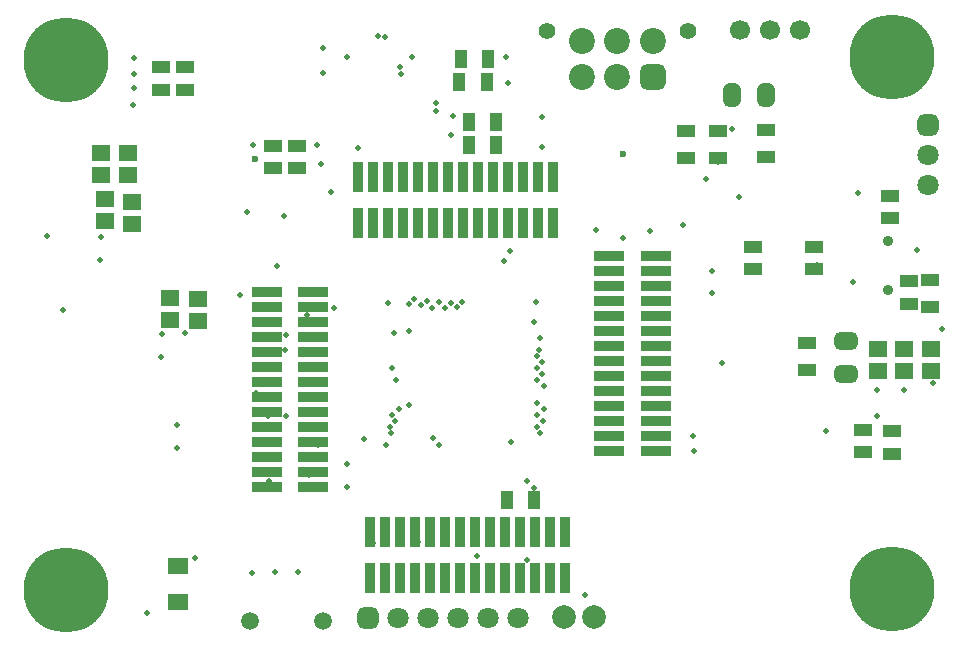
<source format=gbs>
G04*
G04 #@! TF.GenerationSoftware,Altium Limited,Altium Designer,23.11.1 (41)*
G04*
G04 Layer_Color=16711935*
%FSLAX44Y44*%
%MOMM*%
G71*
G04*
G04 #@! TF.SameCoordinates,4CE7A35D-70A9-472E-BD1E-F3F5204FB4D5*
G04*
G04*
G04 #@! TF.FilePolarity,Negative*
G04*
G01*
G75*
%ADD43R,1.5000X1.1000*%
%ADD44R,1.1000X1.5000*%
%ADD48R,1.5500X1.3500*%
%ADD49C,2.2000*%
%ADD67C,1.8000*%
G04:AMPARAMS|DCode=68|XSize=1.8mm|YSize=1.8mm|CornerRadius=0.5mm|HoleSize=0mm|Usage=FLASHONLY|Rotation=0.000|XOffset=0mm|YOffset=0mm|HoleType=Round|Shape=RoundedRectangle|*
%AMROUNDEDRECTD68*
21,1,1.8000,0.8000,0,0,0.0*
21,1,0.8000,1.8000,0,0,0.0*
1,1,1.0000,0.4000,-0.4000*
1,1,1.0000,-0.4000,-0.4000*
1,1,1.0000,-0.4000,0.4000*
1,1,1.0000,0.4000,0.4000*
%
%ADD68ROUNDEDRECTD68*%
%ADD69C,7.2000*%
%ADD70C,1.4000*%
G04:AMPARAMS|DCode=71|XSize=2.2mm|YSize=2.2mm|CornerRadius=0.6mm|HoleSize=0mm|Usage=FLASHONLY|Rotation=90.000|XOffset=0mm|YOffset=0mm|HoleType=Round|Shape=RoundedRectangle|*
%AMROUNDEDRECTD71*
21,1,2.2000,1.0000,0,0,90.0*
21,1,1.0000,2.2000,0,0,90.0*
1,1,1.2000,0.5000,0.5000*
1,1,1.2000,0.5000,-0.5000*
1,1,1.2000,-0.5000,-0.5000*
1,1,1.2000,-0.5000,0.5000*
%
%ADD71ROUNDEDRECTD71*%
%ADD72C,1.5000*%
%ADD73C,1.7000*%
%ADD74C,2.0000*%
G04:AMPARAMS|DCode=75|XSize=1.8mm|YSize=1.8mm|CornerRadius=0.5mm|HoleSize=0mm|Usage=FLASHONLY|Rotation=270.000|XOffset=0mm|YOffset=0mm|HoleType=Round|Shape=RoundedRectangle|*
%AMROUNDEDRECTD75*
21,1,1.8000,0.8000,0,0,270.0*
21,1,0.8000,1.8000,0,0,270.0*
1,1,1.0000,-0.4000,-0.4000*
1,1,1.0000,-0.4000,0.4000*
1,1,1.0000,0.4000,0.4000*
1,1,1.0000,0.4000,-0.4000*
%
%ADD75ROUNDEDRECTD75*%
%ADD76C,0.9000*%
%ADD77C,0.5000*%
%ADD78C,0.6000*%
%ADD98R,2.6000X0.9500*%
G04:AMPARAMS|DCode=99|XSize=1.95mm|YSize=1.45mm|CornerRadius=0.4125mm|HoleSize=0mm|Usage=FLASHONLY|Rotation=0.000|XOffset=0mm|YOffset=0mm|HoleType=Round|Shape=RoundedRectangle|*
%AMROUNDEDRECTD99*
21,1,1.9500,0.6250,0,0,0.0*
21,1,1.1250,1.4500,0,0,0.0*
1,1,0.8250,0.5625,-0.3125*
1,1,0.8250,-0.5625,-0.3125*
1,1,0.8250,-0.5625,0.3125*
1,1,0.8250,0.5625,0.3125*
%
%ADD99ROUNDEDRECTD99*%
G04:AMPARAMS|DCode=100|XSize=1.95mm|YSize=1.45mm|CornerRadius=0.4125mm|HoleSize=0mm|Usage=FLASHONLY|Rotation=90.000|XOffset=0mm|YOffset=0mm|HoleType=Round|Shape=RoundedRectangle|*
%AMROUNDEDRECTD100*
21,1,1.9500,0.6250,0,0,90.0*
21,1,1.1250,1.4500,0,0,90.0*
1,1,0.8250,0.3125,0.5625*
1,1,0.8250,0.3125,-0.5625*
1,1,0.8250,-0.3125,-0.5625*
1,1,0.8250,-0.3125,0.5625*
%
%ADD100ROUNDEDRECTD100*%
%ADD101R,1.8000X1.4000*%
%ADD102R,0.9500X2.6000*%
D43*
X750000Y234500D02*
D03*
Y215500D02*
D03*
X725249Y235499D02*
D03*
Y216499D02*
D03*
X226000Y457000D02*
D03*
Y476000D02*
D03*
X246000Y457000D02*
D03*
Y476000D02*
D03*
X131000Y523500D02*
D03*
Y542500D02*
D03*
X151000Y523500D02*
D03*
Y542500D02*
D03*
X748000Y434000D02*
D03*
Y415000D02*
D03*
X678000Y286500D02*
D03*
Y309500D02*
D03*
X764000Y361500D02*
D03*
Y342500D02*
D03*
X782000Y362500D02*
D03*
Y339500D02*
D03*
X684000Y371500D02*
D03*
Y390500D02*
D03*
X632000Y371500D02*
D03*
Y390500D02*
D03*
X643000Y466500D02*
D03*
Y489500D02*
D03*
X602000Y466000D02*
D03*
Y489000D02*
D03*
X575000Y466000D02*
D03*
Y489000D02*
D03*
D44*
X424000Y176000D02*
D03*
X447000D02*
D03*
X383500Y530000D02*
D03*
X406500D02*
D03*
X384500Y550000D02*
D03*
X407500D02*
D03*
X391500Y477000D02*
D03*
X414500D02*
D03*
X391500Y496000D02*
D03*
X414500D02*
D03*
D48*
X106000Y410282D02*
D03*
Y428782D02*
D03*
X103000Y451282D02*
D03*
Y469782D02*
D03*
X83000Y412750D02*
D03*
Y431250D02*
D03*
X80000Y451282D02*
D03*
Y469782D02*
D03*
X138000Y328750D02*
D03*
Y347250D02*
D03*
X162000Y327750D02*
D03*
Y346250D02*
D03*
X783000Y285750D02*
D03*
Y304250D02*
D03*
X738000D02*
D03*
Y285750D02*
D03*
X760000Y304250D02*
D03*
Y285750D02*
D03*
D49*
X547000Y564555D02*
D03*
X517000D02*
D03*
X487000D02*
D03*
X517000Y534555D02*
D03*
X487000D02*
D03*
D67*
X433400Y76000D02*
D03*
X408000D02*
D03*
X357200D02*
D03*
X331800D02*
D03*
X382600D02*
D03*
X780000Y443200D02*
D03*
Y468600D02*
D03*
D68*
X306400Y76000D02*
D03*
D69*
X50000Y549000D02*
D03*
X750000Y101000D02*
D03*
Y551000D02*
D03*
X50000Y100000D02*
D03*
D70*
X457310Y573445D02*
D03*
X576690D02*
D03*
D71*
X547000Y534555D02*
D03*
D72*
X268250Y74000D02*
D03*
X205750D02*
D03*
D73*
X672000Y574000D02*
D03*
X621200D02*
D03*
X646600D02*
D03*
D74*
X472300Y77000D02*
D03*
X497700D02*
D03*
D75*
X780000Y494000D02*
D03*
D76*
X746500Y354250D02*
D03*
Y395750D02*
D03*
X30000Y569000D02*
D03*
X22500Y549000D02*
D03*
X30000Y529000D02*
D03*
X50000Y521500D02*
D03*
X70000Y529000D02*
D03*
X77500Y549000D02*
D03*
X70000Y569000D02*
D03*
X50000Y576500D02*
D03*
X730000Y121000D02*
D03*
X722500Y101000D02*
D03*
X730000Y81000D02*
D03*
X750000Y73500D02*
D03*
X770000Y81000D02*
D03*
X777500Y101000D02*
D03*
X770000Y121000D02*
D03*
X750000Y128500D02*
D03*
Y578500D02*
D03*
X770000Y571000D02*
D03*
X777500Y551000D02*
D03*
X770000Y531000D02*
D03*
X750000Y523500D02*
D03*
X730000Y531000D02*
D03*
X722500Y551000D02*
D03*
X730000Y571000D02*
D03*
X50000Y127500D02*
D03*
X70000Y120000D02*
D03*
X77500Y100000D02*
D03*
X70000Y80000D02*
D03*
X50000Y72500D02*
D03*
X30000Y80000D02*
D03*
X22500Y100000D02*
D03*
X30000Y120000D02*
D03*
D77*
X602000Y462100D02*
D03*
X694000Y235000D02*
D03*
X449226Y238000D02*
D03*
X454226Y243063D02*
D03*
X449226Y248063D02*
D03*
X251000Y238000D02*
D03*
X214000Y275000D02*
D03*
X215000Y289000D02*
D03*
X277000Y339000D02*
D03*
X236000Y303000D02*
D03*
X236500Y316000D02*
D03*
X211000Y267000D02*
D03*
X221000Y247000D02*
D03*
X222818Y238818D02*
D03*
X144000Y220500D02*
D03*
Y239500D02*
D03*
X275000Y437000D02*
D03*
X254734Y332600D02*
D03*
X288000Y187500D02*
D03*
Y206500D02*
D03*
X549000Y243000D02*
D03*
X792000Y321000D02*
D03*
X243000Y455000D02*
D03*
X246000Y476000D02*
D03*
X209000Y477000D02*
D03*
X348000Y141000D02*
D03*
X358000Y142000D02*
D03*
X396000D02*
D03*
X383000D02*
D03*
X371000Y141000D02*
D03*
X310000Y140000D02*
D03*
X322000D02*
D03*
X335000Y141000D02*
D03*
X219000Y201000D02*
D03*
X256318Y197318D02*
D03*
X253000Y187000D02*
D03*
X264000Y223000D02*
D03*
X499000Y405000D02*
D03*
X220898Y340500D02*
D03*
X247000Y115000D02*
D03*
X597000Y351500D02*
D03*
X441000Y125500D02*
D03*
X555000Y332000D02*
D03*
X573000Y409000D02*
D03*
X592000Y448000D02*
D03*
X412000Y451000D02*
D03*
X399000D02*
D03*
X425000D02*
D03*
X204000Y420000D02*
D03*
X235000Y416500D02*
D03*
X298000Y410000D02*
D03*
X490000Y96000D02*
D03*
X448000Y154000D02*
D03*
Y344000D02*
D03*
X449226Y288063D02*
D03*
X452000Y313000D02*
D03*
X449226Y298063D02*
D03*
X451226Y303063D02*
D03*
X453226Y293063D02*
D03*
Y283063D02*
D03*
X447000Y327000D02*
D03*
X449226Y278063D02*
D03*
X455226Y273063D02*
D03*
X323000Y449000D02*
D03*
X310000D02*
D03*
X374000Y448000D02*
D03*
X298000D02*
D03*
X348000Y447000D02*
D03*
X361000D02*
D03*
X335000Y448000D02*
D03*
X108000Y525000D02*
D03*
X107000Y511000D02*
D03*
X78000Y451532D02*
D03*
X453250Y500500D02*
D03*
X102000Y451532D02*
D03*
X410000Y154000D02*
D03*
X438252Y409897D02*
D03*
X463000Y408000D02*
D03*
X522000Y398000D02*
D03*
X256000Y352000D02*
D03*
X425000Y408000D02*
D03*
X472000Y151000D02*
D03*
X423000Y154000D02*
D03*
X427000Y225000D02*
D03*
X450000Y408000D02*
D03*
X366000Y344000D02*
D03*
X371000Y339000D02*
D03*
X386000Y344000D02*
D03*
X236500Y247000D02*
D03*
X147000Y523000D02*
D03*
X266000Y460500D02*
D03*
X545000Y404000D02*
D03*
X686000Y375250D02*
D03*
X721000Y436000D02*
D03*
X198000Y350000D02*
D03*
X341000Y319000D02*
D03*
Y257000D02*
D03*
X329136Y243000D02*
D03*
X325500Y233000D02*
D03*
X332000Y253000D02*
D03*
X398000Y129000D02*
D03*
X597000Y370500D02*
D03*
X143000Y123000D02*
D03*
X426000Y387000D02*
D03*
X421000Y379000D02*
D03*
X323184Y343057D02*
D03*
X341000Y342000D02*
D03*
X108000Y550050D02*
D03*
X452000Y233000D02*
D03*
X343000Y551000D02*
D03*
X376000Y485000D02*
D03*
X378000Y501460D02*
D03*
X383500Y530000D02*
D03*
X447000Y186000D02*
D03*
X160000Y127000D02*
D03*
X321636Y223000D02*
D03*
X330000Y278000D02*
D03*
X303000Y228000D02*
D03*
X441000Y192000D02*
D03*
X462000Y152000D02*
D03*
X360000Y339000D02*
D03*
X263000Y477000D02*
D03*
X268000Y537500D02*
D03*
X297500Y474000D02*
D03*
X34000Y399532D02*
D03*
X79500Y379532D02*
D03*
X80000Y398532D02*
D03*
X48000Y337282D02*
D03*
X108000Y537000D02*
D03*
X268000Y559000D02*
D03*
X288000Y551000D02*
D03*
X314460Y569250D02*
D03*
X320049Y568053D02*
D03*
X453250Y475000D02*
D03*
X334071Y537230D02*
D03*
X333305Y542770D02*
D03*
X363234Y505695D02*
D03*
X364000Y512000D02*
D03*
X425000Y529000D02*
D03*
X423250Y551000D02*
D03*
X119000Y80250D02*
D03*
X227000Y115000D02*
D03*
X208000Y114000D02*
D03*
X132000Y317000D02*
D03*
X151000Y318000D02*
D03*
X221488Y316025D02*
D03*
X381000Y340000D02*
D03*
X581000Y230700D02*
D03*
X679000Y311000D02*
D03*
X737000Y269000D02*
D03*
X620000Y433000D02*
D03*
X760000Y269000D02*
D03*
X784000Y275000D02*
D03*
X782000Y304250D02*
D03*
X710000Y283000D02*
D03*
X737000Y247500D02*
D03*
X716875Y361125D02*
D03*
X725000Y217000D02*
D03*
X582000Y218000D02*
D03*
X606000Y292000D02*
D03*
X628000Y391000D02*
D03*
X131000Y297500D02*
D03*
X435000Y154000D02*
D03*
X219000Y214000D02*
D03*
X229000Y374000D02*
D03*
X328000Y318000D02*
D03*
X223000Y225000D02*
D03*
X326000Y288000D02*
D03*
X219000Y303000D02*
D03*
X224000Y328000D02*
D03*
X326000Y248000D02*
D03*
X325000Y238000D02*
D03*
X455226Y253063D02*
D03*
X449226Y258063D02*
D03*
X344743Y346000D02*
D03*
X356000Y345000D02*
D03*
X351000Y341000D02*
D03*
X376000Y343000D02*
D03*
X222000Y192000D02*
D03*
X361000Y229000D02*
D03*
X366000Y223000D02*
D03*
X614000Y490000D02*
D03*
X770500Y387500D02*
D03*
D78*
X522000Y469000D02*
D03*
X450000Y456000D02*
D03*
X210000Y465000D02*
D03*
X308000Y105000D02*
D03*
X333000Y116000D02*
D03*
X383000Y109000D02*
D03*
X463000Y455000D02*
D03*
X733418Y302605D02*
D03*
X545000Y218000D02*
D03*
X103000Y469782D02*
D03*
D98*
X220500Y289050D02*
D03*
Y301750D02*
D03*
X259500Y289050D02*
D03*
Y301750D02*
D03*
X220500Y314450D02*
D03*
X259500D02*
D03*
X220500Y327150D02*
D03*
X259500D02*
D03*
X220500Y339850D02*
D03*
X259500D02*
D03*
Y352550D02*
D03*
X220500D02*
D03*
X259500Y276350D02*
D03*
X220500D02*
D03*
X259500Y263650D02*
D03*
Y250950D02*
D03*
X220500Y263650D02*
D03*
Y250950D02*
D03*
X259500Y238250D02*
D03*
Y225550D02*
D03*
Y212850D02*
D03*
Y200150D02*
D03*
Y187450D02*
D03*
X220500Y238250D02*
D03*
Y225550D02*
D03*
Y212850D02*
D03*
Y200150D02*
D03*
Y187450D02*
D03*
X510500Y217450D02*
D03*
Y230150D02*
D03*
Y242850D02*
D03*
Y255550D02*
D03*
Y268250D02*
D03*
X549500Y217450D02*
D03*
Y230150D02*
D03*
Y242850D02*
D03*
Y255550D02*
D03*
Y268250D02*
D03*
X510500Y280950D02*
D03*
Y293650D02*
D03*
X549500Y280950D02*
D03*
Y293650D02*
D03*
X510500Y306350D02*
D03*
X549500D02*
D03*
X510500Y382550D02*
D03*
X549500D02*
D03*
Y369850D02*
D03*
X510500D02*
D03*
X549500Y357150D02*
D03*
X510500D02*
D03*
X549500Y344450D02*
D03*
X510500D02*
D03*
X549500Y331750D02*
D03*
Y319050D02*
D03*
X510500Y331750D02*
D03*
Y319050D02*
D03*
D99*
X711000Y282750D02*
D03*
Y311250D02*
D03*
D100*
X643000Y519000D02*
D03*
X614500D02*
D03*
D101*
X145000Y89500D02*
D03*
Y120500D02*
D03*
D102*
X472550Y110500D02*
D03*
X459850D02*
D03*
X447150D02*
D03*
X434450D02*
D03*
X421750D02*
D03*
X472550Y149500D02*
D03*
X459850D02*
D03*
X447150D02*
D03*
X434450D02*
D03*
X421750D02*
D03*
X409050Y110500D02*
D03*
X396350D02*
D03*
X409050Y149500D02*
D03*
X396350D02*
D03*
X383650Y110500D02*
D03*
Y149500D02*
D03*
X307450Y110500D02*
D03*
Y149500D02*
D03*
X320150D02*
D03*
Y110500D02*
D03*
X332850Y149500D02*
D03*
Y110500D02*
D03*
X345550Y149500D02*
D03*
Y110500D02*
D03*
X358250Y149500D02*
D03*
X370950D02*
D03*
X358250Y110500D02*
D03*
X370950D02*
D03*
X462550Y410500D02*
D03*
X449850D02*
D03*
X437150D02*
D03*
X424450D02*
D03*
X411750D02*
D03*
X462550Y449500D02*
D03*
X449850D02*
D03*
X437150D02*
D03*
X424450D02*
D03*
X411750D02*
D03*
X399050Y410500D02*
D03*
X386350D02*
D03*
X399050Y449500D02*
D03*
X386350D02*
D03*
X373650Y410500D02*
D03*
Y449500D02*
D03*
X297450Y410500D02*
D03*
Y449500D02*
D03*
X310150D02*
D03*
Y410500D02*
D03*
X322850Y449500D02*
D03*
Y410500D02*
D03*
X335550Y449500D02*
D03*
Y410500D02*
D03*
X348250Y449500D02*
D03*
X360950D02*
D03*
X348250Y410500D02*
D03*
X360950D02*
D03*
M02*

</source>
